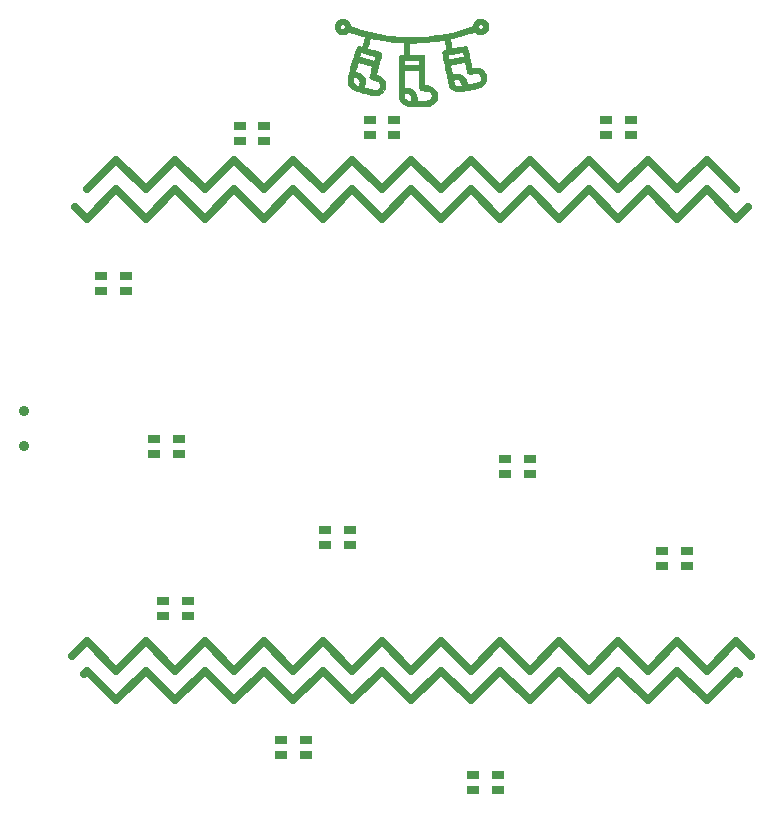
<source format=gbr>
%TF.GenerationSoftware,KiCad,Pcbnew,(5.1.10)-1*%
%TF.CreationDate,2021-10-17T11:10:32+02:00*%
%TF.ProjectId,TVZ_kuglica,54565a5f-6b75-4676-9c69-63612e6b6963,rev?*%
%TF.SameCoordinates,Original*%
%TF.FileFunction,Soldermask,Top*%
%TF.FilePolarity,Negative*%
%FSLAX46Y46*%
G04 Gerber Fmt 4.6, Leading zero omitted, Abs format (unit mm)*
G04 Created by KiCad (PCBNEW (5.1.10)-1) date 2021-10-17 11:10:32*
%MOMM*%
%LPD*%
G01*
G04 APERTURE LIST*
%ADD10C,0.700000*%
%ADD11C,0.010000*%
%ADD12C,0.900000*%
%ADD13R,1.100000X0.750000*%
G04 APERTURE END LIST*
D10*
X109500000Y-120250000D02*
X112000000Y-122750000D01*
X109250000Y-120500000D02*
X109500000Y-120250000D01*
X109500000Y-117750000D02*
X108250000Y-119000000D01*
X162000000Y-122750000D02*
X164500000Y-120250000D01*
X152000000Y-120250000D02*
X149500000Y-117750000D01*
X157000000Y-120250000D02*
X154500000Y-117750000D01*
X165750000Y-119000000D02*
X164500000Y-117750000D01*
X164500000Y-117750000D02*
X162000000Y-120250000D01*
X112000000Y-122750000D02*
X114500000Y-120250000D01*
X144500000Y-120250000D02*
X147000000Y-122750000D01*
X159500000Y-120250000D02*
X162000000Y-122750000D01*
X142000000Y-120250000D02*
X139500000Y-117750000D01*
X142000000Y-122750000D02*
X144500000Y-120250000D01*
X137000000Y-122750000D02*
X139500000Y-120250000D01*
X119500000Y-117750000D02*
X117000000Y-120250000D01*
X134500000Y-117750000D02*
X132000000Y-120250000D01*
X162000000Y-120250000D02*
X159500000Y-117750000D01*
X159500000Y-117750000D02*
X157000000Y-120250000D01*
X117000000Y-122750000D02*
X119500000Y-120250000D01*
X157000000Y-122750000D02*
X159500000Y-120250000D01*
X129500000Y-120250000D02*
X132000000Y-122750000D01*
X154500000Y-120250000D02*
X157000000Y-122750000D01*
X134500000Y-120250000D02*
X137000000Y-122750000D01*
X124500000Y-120250000D02*
X127000000Y-122750000D01*
X132000000Y-122750000D02*
X134500000Y-120250000D01*
X119500000Y-120250000D02*
X122000000Y-122750000D01*
X147000000Y-120250000D02*
X144500000Y-117750000D01*
X154500000Y-117750000D02*
X152000000Y-120250000D01*
X139500000Y-117750000D02*
X137000000Y-120250000D01*
X129500000Y-117750000D02*
X127000000Y-120250000D01*
X152000000Y-122750000D02*
X154500000Y-120250000D01*
X149500000Y-120250000D02*
X152000000Y-122750000D01*
X117000000Y-120250000D02*
X114500000Y-117750000D01*
X114500000Y-117750000D02*
X112000000Y-120250000D01*
X147000000Y-122750000D02*
X149500000Y-120250000D01*
X114500000Y-120250000D02*
X117000000Y-122750000D01*
X127000000Y-120250000D02*
X124500000Y-117750000D01*
X112000000Y-120250000D02*
X109500000Y-117750000D01*
X122000000Y-120250000D02*
X119500000Y-117750000D01*
X137000000Y-120250000D02*
X134500000Y-117750000D01*
X149500000Y-117750000D02*
X147000000Y-120250000D01*
X124500000Y-117750000D02*
X122000000Y-120250000D01*
X144500000Y-117750000D02*
X142000000Y-120250000D01*
X122000000Y-122750000D02*
X124500000Y-120250000D01*
X132000000Y-120250000D02*
X129500000Y-117750000D01*
X139500000Y-120250000D02*
X142000000Y-122750000D01*
X164500000Y-120250000D02*
X164750000Y-120500000D01*
X127000000Y-122750000D02*
X129500000Y-120250000D01*
X164500000Y-82000000D02*
X165500000Y-81000000D01*
X162000000Y-79500000D02*
X164500000Y-82000000D01*
X159500000Y-82000000D02*
X162000000Y-79500000D01*
X157000000Y-79500000D02*
X159500000Y-82000000D01*
X154500000Y-82000000D02*
X157000000Y-79500000D01*
X152000000Y-79500000D02*
X154500000Y-82000000D01*
X149500000Y-82000000D02*
X152000000Y-79500000D01*
X147000000Y-79500000D02*
X149500000Y-82000000D01*
X144500000Y-82000000D02*
X147000000Y-79500000D01*
X142000000Y-79500000D02*
X144500000Y-82000000D01*
X139500000Y-82000000D02*
X142000000Y-79500000D01*
X137000000Y-79500000D02*
X139500000Y-82000000D01*
X134500000Y-82000000D02*
X137000000Y-79500000D01*
X132000000Y-79500000D02*
X134500000Y-82000000D01*
X129500000Y-82000000D02*
X132000000Y-79500000D01*
X127000000Y-79500000D02*
X129500000Y-82000000D01*
X124500000Y-82000000D02*
X127000000Y-79500000D01*
X122000000Y-79500000D02*
X124500000Y-82000000D01*
X119500000Y-82000000D02*
X122000000Y-79500000D01*
X117000000Y-79500000D02*
X119500000Y-82000000D01*
X114500000Y-82000000D02*
X117000000Y-79500000D01*
X112000000Y-79500000D02*
X114500000Y-82000000D01*
X109500000Y-82000000D02*
X112000000Y-79500000D01*
X108500000Y-81000000D02*
X109500000Y-82000000D01*
X112000000Y-77000000D02*
X109500000Y-79500000D01*
X114500000Y-79500000D02*
X112000000Y-77000000D01*
X117000000Y-77000000D02*
X114500000Y-79500000D01*
X119500000Y-79500000D02*
X117000000Y-77000000D01*
X122000000Y-77000000D02*
X119500000Y-79500000D01*
X124500000Y-79500000D02*
X122000000Y-77000000D01*
X127000000Y-77000000D02*
X124500000Y-79500000D01*
X129500000Y-79500000D02*
X127000000Y-77000000D01*
X132000000Y-77000000D02*
X129500000Y-79500000D01*
X134500000Y-79500000D02*
X132000000Y-77000000D01*
X137000000Y-77000000D02*
X134500000Y-79500000D01*
X139500000Y-79500000D02*
X137000000Y-77000000D01*
X142000000Y-77000000D02*
X139500000Y-79500000D01*
X144500000Y-79500000D02*
X142000000Y-77000000D01*
X147000000Y-77000000D02*
X144500000Y-79500000D01*
X149500000Y-79500000D02*
X147000000Y-77000000D01*
X152000000Y-77000000D02*
X149500000Y-79500000D01*
X154500000Y-79500000D02*
X152000000Y-77000000D01*
X157000000Y-77000000D02*
X154500000Y-79500000D01*
X159500000Y-79500000D02*
X157000000Y-77000000D01*
X162000000Y-77000000D02*
X159500000Y-79500000D01*
X164500000Y-79500000D02*
X162000000Y-77000000D01*
D11*
%TO.C,G\u002A\u002A\u002A*%
G36*
X143027877Y-65089141D02*
G01*
X143177224Y-65150535D01*
X143301325Y-65244717D01*
X143397404Y-65364669D01*
X143462680Y-65503370D01*
X143494375Y-65653801D01*
X143489712Y-65808940D01*
X143445912Y-65961768D01*
X143360196Y-66105265D01*
X143295075Y-66176812D01*
X143149915Y-66283282D01*
X142989107Y-66344768D01*
X142820816Y-66360786D01*
X142653209Y-66330852D01*
X142494450Y-66254480D01*
X142455291Y-66226699D01*
X142346700Y-66143832D01*
X141902200Y-66288887D01*
X141632701Y-66373920D01*
X141347940Y-66458575D01*
X141062652Y-66538741D01*
X140791572Y-66610310D01*
X140549432Y-66669173D01*
X140492500Y-66682008D01*
X140395750Y-66704830D01*
X140318505Y-66725729D01*
X140274002Y-66741038D01*
X140269168Y-66743859D01*
X140268777Y-66771429D01*
X140276804Y-66838578D01*
X140291404Y-66935136D01*
X140310734Y-67050929D01*
X140332950Y-67175785D01*
X140356208Y-67299532D01*
X140378664Y-67411997D01*
X140398475Y-67503007D01*
X140413796Y-67562390D01*
X140420614Y-67579397D01*
X140446772Y-67577639D01*
X140515376Y-67566839D01*
X140619142Y-67548318D01*
X140750783Y-67523394D01*
X140903015Y-67493389D01*
X140969397Y-67479983D01*
X141167205Y-67440629D01*
X141321789Y-67412560D01*
X141439425Y-67395658D01*
X141526393Y-67389798D01*
X141588968Y-67394860D01*
X141633430Y-67410723D01*
X141666055Y-67437263D01*
X141687820Y-67466055D01*
X141702423Y-67505068D01*
X141725388Y-67587600D01*
X141755227Y-67707333D01*
X141790448Y-67857950D01*
X141829564Y-68033135D01*
X141871083Y-68226569D01*
X141900490Y-68368034D01*
X141941790Y-68567764D01*
X141980395Y-68751384D01*
X142015022Y-68913023D01*
X142044388Y-69046810D01*
X142067208Y-69146877D01*
X142082199Y-69207352D01*
X142087490Y-69223156D01*
X142117973Y-69226449D01*
X142184382Y-69221345D01*
X142272740Y-69208954D01*
X142278691Y-69207960D01*
X142493389Y-69194988D01*
X142695605Y-69228034D01*
X142879650Y-69304205D01*
X143039833Y-69420604D01*
X143170465Y-69574338D01*
X143238360Y-69696214D01*
X143278435Y-69793013D01*
X143300850Y-69879545D01*
X143310277Y-69978911D01*
X143311650Y-70058634D01*
X143309053Y-70171833D01*
X143297581Y-70256926D01*
X143272206Y-70336463D01*
X143228416Y-70431947D01*
X143118164Y-70605765D01*
X142978138Y-70744275D01*
X142814535Y-70841605D01*
X142782236Y-70854608D01*
X142707797Y-70877710D01*
X142592792Y-70907436D01*
X142445236Y-70942186D01*
X142273143Y-70980362D01*
X142084527Y-71020366D01*
X141887403Y-71060598D01*
X141689785Y-71099460D01*
X141499687Y-71135354D01*
X141325125Y-71166680D01*
X141174112Y-71191839D01*
X141054663Y-71209234D01*
X140974792Y-71217265D01*
X140962400Y-71217622D01*
X140772053Y-71195143D01*
X140591780Y-71130552D01*
X140429813Y-71029868D01*
X140294380Y-70899115D01*
X140193711Y-70744311D01*
X140147379Y-70621352D01*
X140137142Y-70577443D01*
X140117844Y-70488857D01*
X140090552Y-70360695D01*
X140067600Y-70251606D01*
X140516787Y-70251606D01*
X140517691Y-70297040D01*
X140536053Y-70374266D01*
X140557493Y-70454834D01*
X140617262Y-70587032D01*
X140717301Y-70697041D01*
X140769647Y-70733969D01*
X140860321Y-70766744D01*
X140981695Y-70779146D01*
X141117507Y-70770178D01*
X141178300Y-70759060D01*
X141229590Y-70741738D01*
X141248460Y-70709209D01*
X141248125Y-70654115D01*
X141215894Y-70486727D01*
X141147805Y-70354426D01*
X141046751Y-70259447D01*
X140915620Y-70204023D01*
X140757305Y-70190390D01*
X140662090Y-70201093D01*
X140584659Y-70214130D01*
X140537667Y-70227469D01*
X140516787Y-70251606D01*
X140067600Y-70251606D01*
X140056333Y-70198057D01*
X140016256Y-70006047D01*
X139971387Y-69789766D01*
X139922794Y-69554315D01*
X139871544Y-69304797D01*
X139854893Y-69223478D01*
X139802003Y-68964227D01*
X140259470Y-68964227D01*
X140262219Y-68988496D01*
X140274048Y-69052273D01*
X140292793Y-69145526D01*
X140316292Y-69258222D01*
X140342382Y-69380328D01*
X140368901Y-69501813D01*
X140393685Y-69612644D01*
X140414572Y-69702789D01*
X140429399Y-69762214D01*
X140435548Y-69781015D01*
X140464637Y-69782462D01*
X140527377Y-69774052D01*
X140582351Y-69763423D01*
X140797513Y-69741029D01*
X141001139Y-69765649D01*
X141188208Y-69833914D01*
X141353699Y-69942456D01*
X141492592Y-70087907D01*
X141599866Y-70266900D01*
X141670500Y-70476068D01*
X141674887Y-70496250D01*
X141699556Y-70583013D01*
X141727479Y-70625863D01*
X141738622Y-70629600D01*
X141774517Y-70624593D01*
X141851056Y-70610734D01*
X141959202Y-70589763D01*
X142089914Y-70563423D01*
X142194687Y-70541742D01*
X142339705Y-70509847D01*
X142471838Y-70477887D01*
X142581033Y-70448516D01*
X142657241Y-70424384D01*
X142685077Y-70412331D01*
X142787112Y-70324560D01*
X142853775Y-70209429D01*
X142881674Y-70079048D01*
X142867413Y-69945527D01*
X142837283Y-69869086D01*
X142764154Y-69761285D01*
X142672425Y-69688972D01*
X142556433Y-69650427D01*
X142410512Y-69643930D01*
X142228998Y-69667759D01*
X142196117Y-69674304D01*
X142052366Y-69702350D01*
X141940172Y-69716514D01*
X141854054Y-69711936D01*
X141788529Y-69683760D01*
X141738115Y-69627127D01*
X141697329Y-69537180D01*
X141660688Y-69409063D01*
X141622711Y-69237916D01*
X141604686Y-69150281D01*
X141514306Y-68707124D01*
X140889103Y-68834642D01*
X140718296Y-68869525D01*
X140564928Y-68900931D01*
X140435710Y-68927479D01*
X140337352Y-68947789D01*
X140276567Y-68960478D01*
X140259470Y-68964227D01*
X139802003Y-68964227D01*
X139795371Y-68931719D01*
X139745618Y-68685579D01*
X139704932Y-68480965D01*
X139672613Y-68313785D01*
X139647959Y-68179948D01*
X139641937Y-68144347D01*
X140089517Y-68144347D01*
X140095955Y-68208828D01*
X140110621Y-68291817D01*
X140130328Y-68378898D01*
X140151891Y-68455656D01*
X140172126Y-68507674D01*
X140184859Y-68521801D01*
X140216841Y-68517051D01*
X140291262Y-68503503D01*
X140400797Y-68482570D01*
X140538121Y-68455665D01*
X140695910Y-68424200D01*
X140797300Y-68403730D01*
X140963507Y-68369415D01*
X141113182Y-68337351D01*
X141239088Y-68309184D01*
X141333986Y-68286559D01*
X141390639Y-68271122D01*
X141403277Y-68265981D01*
X141409650Y-68233126D01*
X141405986Y-68166643D01*
X141394879Y-68082113D01*
X141378923Y-67995111D01*
X141360714Y-67921216D01*
X141342848Y-67876006D01*
X141337301Y-67869930D01*
X141307701Y-67871135D01*
X141236770Y-67881259D01*
X141132872Y-67898669D01*
X141004368Y-67921731D01*
X140859620Y-67948810D01*
X140706990Y-67978272D01*
X140554840Y-68008484D01*
X140411531Y-68037812D01*
X140285426Y-68064621D01*
X140184886Y-68087278D01*
X140118274Y-68104148D01*
X140094489Y-68112790D01*
X140089517Y-68144347D01*
X139641937Y-68144347D01*
X139630268Y-68075363D01*
X139618841Y-67995937D01*
X139612974Y-67937579D01*
X139611968Y-67896198D01*
X139615121Y-67867702D01*
X139619863Y-67852154D01*
X139669646Y-67787701D01*
X139750111Y-67736211D01*
X139841154Y-67709586D01*
X139863034Y-67708211D01*
X139907044Y-67705260D01*
X139936862Y-67692735D01*
X139953023Y-67663807D01*
X139956065Y-67611647D01*
X139946526Y-67529423D01*
X139924941Y-67410306D01*
X139897218Y-67273463D01*
X139869015Y-67137728D01*
X139843936Y-67018855D01*
X139823957Y-66926076D01*
X139811056Y-66868619D01*
X139807643Y-66855261D01*
X139783686Y-66845000D01*
X139719765Y-66846005D01*
X139612377Y-66858498D01*
X139510548Y-66874022D01*
X139142514Y-66928062D01*
X138752591Y-66975341D01*
X138354618Y-67014661D01*
X137962439Y-67044826D01*
X137589894Y-67064638D01*
X137250825Y-67072900D01*
X137209550Y-67073064D01*
X136796800Y-67073600D01*
X136796800Y-68089600D01*
X137326409Y-68089599D01*
X137518232Y-68091027D01*
X137681856Y-68095123D01*
X137811242Y-68101609D01*
X137900354Y-68110207D01*
X137936781Y-68117753D01*
X137971167Y-68130314D01*
X138000065Y-68144817D01*
X138023954Y-68165491D01*
X138043309Y-68196564D01*
X138058608Y-68242263D01*
X138070328Y-68306818D01*
X138078945Y-68394455D01*
X138084937Y-68509404D01*
X138088780Y-68655893D01*
X138090952Y-68838149D01*
X138091930Y-69060401D01*
X138092190Y-69326877D01*
X138092200Y-69495511D01*
X138092200Y-70700745D01*
X138314450Y-70709622D01*
X138521754Y-70735850D01*
X138698669Y-70798934D01*
X138853189Y-70902458D01*
X138944267Y-70991863D01*
X139057734Y-71147337D01*
X139126926Y-71315796D01*
X139154890Y-71506166D01*
X139154584Y-71607500D01*
X139123595Y-71818762D01*
X139050212Y-72002057D01*
X138934544Y-72157214D01*
X138776699Y-72284066D01*
X138682284Y-72336683D01*
X138512500Y-72420300D01*
X137572100Y-72425401D01*
X137308681Y-72426383D01*
X137091585Y-72426121D01*
X136916347Y-72424495D01*
X136778504Y-72421383D01*
X136673590Y-72416662D01*
X136597142Y-72410212D01*
X136544695Y-72401910D01*
X136525634Y-72396887D01*
X136340823Y-72312271D01*
X136180786Y-72185342D01*
X136050403Y-72020526D01*
X135991677Y-71912300D01*
X135920500Y-71759900D01*
X135919180Y-71450272D01*
X136340562Y-71450272D01*
X136348284Y-71557947D01*
X136351459Y-71584169D01*
X136392573Y-71736619D01*
X136471920Y-71856998D01*
X136586331Y-71942669D01*
X136732637Y-71990998D01*
X136852981Y-72001200D01*
X137000000Y-72001200D01*
X137000000Y-71854181D01*
X136979523Y-71687334D01*
X136919851Y-71550151D01*
X136823617Y-71445802D01*
X136693458Y-71377457D01*
X136582969Y-71352659D01*
X136466538Y-71341934D01*
X136392271Y-71349682D01*
X136352751Y-71383322D01*
X136340562Y-71450272D01*
X135919180Y-71450272D01*
X135913138Y-70034052D01*
X135911822Y-69672428D01*
X135911301Y-69410400D01*
X136365000Y-69410400D01*
X136365000Y-70901839D01*
X136578500Y-70915159D01*
X136784116Y-70944176D01*
X136957543Y-71005893D01*
X137108580Y-71104421D01*
X137175404Y-71165395D01*
X137292961Y-71307210D01*
X137371463Y-71462802D01*
X137415405Y-71643143D01*
X137427665Y-71781247D01*
X137437025Y-72005794D01*
X137923362Y-71996731D01*
X138100824Y-71992702D01*
X138235081Y-71987656D01*
X138333729Y-71980883D01*
X138404363Y-71971672D01*
X138454578Y-71959314D01*
X138490936Y-71943660D01*
X138596336Y-71861798D01*
X138672249Y-71752948D01*
X138714399Y-71629282D01*
X138718511Y-71502971D01*
X138684243Y-71393406D01*
X138634784Y-71322665D01*
X138566082Y-71250090D01*
X138541369Y-71228854D01*
X138500290Y-71197520D01*
X138462146Y-71175614D01*
X138416558Y-71160982D01*
X138353149Y-71151474D01*
X138261541Y-71144939D01*
X138131355Y-71139223D01*
X138103842Y-71138148D01*
X137984191Y-71134589D01*
X137887437Y-71130888D01*
X137811120Y-71122116D01*
X137752778Y-71103341D01*
X137709949Y-71069633D01*
X137680171Y-71016063D01*
X137660983Y-70937700D01*
X137649922Y-70829614D01*
X137644528Y-70686874D01*
X137642338Y-70504551D01*
X137640891Y-70277714D01*
X137640324Y-70209827D01*
X137632948Y-69410400D01*
X136365000Y-69410400D01*
X135911301Y-69410400D01*
X135911198Y-69358769D01*
X135911302Y-69090247D01*
X135912171Y-68864031D01*
X135912576Y-68818735D01*
X136342773Y-68818735D01*
X136344585Y-68897507D01*
X136349790Y-68942832D01*
X136350477Y-68944910D01*
X136363098Y-68955759D01*
X136395106Y-68963923D01*
X136451836Y-68969629D01*
X136538625Y-68973103D01*
X136660811Y-68974571D01*
X136823729Y-68974260D01*
X137005720Y-68972687D01*
X137647700Y-68965900D01*
X137647700Y-68534100D01*
X136352300Y-68534100D01*
X136344757Y-68722222D01*
X136342773Y-68818735D01*
X135912576Y-68818735D01*
X135913842Y-68677292D01*
X135916352Y-68527200D01*
X135919737Y-68410925D01*
X135924034Y-68325638D01*
X135929281Y-68268508D01*
X135935513Y-68236707D01*
X135936563Y-68233878D01*
X135992680Y-68161679D01*
X136086670Y-68112296D01*
X136208997Y-68090308D01*
X136237184Y-68089600D01*
X136339600Y-68089600D01*
X136339600Y-67075901D01*
X136257050Y-67063133D01*
X136196759Y-67056267D01*
X136100997Y-67048078D01*
X135985028Y-67039792D01*
X135907800Y-67035038D01*
X135485077Y-67002009D01*
X135028907Y-66950256D01*
X134552330Y-66881531D01*
X134068388Y-66797586D01*
X133905275Y-66766045D01*
X133771150Y-66740367D01*
X133655270Y-66719988D01*
X133566427Y-66706313D01*
X133513415Y-66700744D01*
X133502543Y-66701789D01*
X133492124Y-66728424D01*
X133470987Y-66793729D01*
X133441903Y-66888218D01*
X133407642Y-67002406D01*
X133370973Y-67126808D01*
X133334665Y-67251938D01*
X133301489Y-67368311D01*
X133274214Y-67466442D01*
X133255609Y-67536844D01*
X133248445Y-67570032D01*
X133248632Y-67571371D01*
X133273337Y-67579206D01*
X133339776Y-67599049D01*
X133440875Y-67628821D01*
X133569560Y-67666442D01*
X133718759Y-67709835D01*
X133786900Y-67729588D01*
X133970434Y-67783530D01*
X134111098Y-67826986D01*
X134215172Y-67862301D01*
X134288937Y-67891822D01*
X134338676Y-67917894D01*
X134370668Y-67942864D01*
X134377450Y-67950148D01*
X134416989Y-68009727D01*
X134434547Y-68063594D01*
X134434600Y-68065788D01*
X134427686Y-68101290D01*
X134408052Y-68179466D01*
X134377360Y-68294269D01*
X134337272Y-68439651D01*
X134289450Y-68609565D01*
X134235556Y-68797965D01*
X134193300Y-68943811D01*
X134136239Y-69140222D01*
X134083991Y-69321030D01*
X134038198Y-69480477D01*
X134000503Y-69612806D01*
X133972547Y-69712258D01*
X133955973Y-69773074D01*
X133952000Y-69789900D01*
X133974191Y-69806157D01*
X134031852Y-69830598D01*
X134098050Y-69853250D01*
X134230174Y-69898896D01*
X134331194Y-69946531D01*
X134420053Y-70006850D01*
X134511503Y-70086615D01*
X134636807Y-70236412D01*
X134723709Y-70410187D01*
X134770185Y-70598133D01*
X134774212Y-70790440D01*
X134733768Y-70977301D01*
X134708254Y-71040645D01*
X134599189Y-71221951D01*
X134454584Y-71373109D01*
X134289578Y-71482086D01*
X134211351Y-71518780D01*
X134143507Y-71540809D01*
X134068155Y-71551619D01*
X133967402Y-71554656D01*
X133913900Y-71554449D01*
X133847175Y-71552998D01*
X133784014Y-71548852D01*
X133717880Y-71540491D01*
X133642236Y-71526397D01*
X133550543Y-71505049D01*
X133436264Y-71474930D01*
X133292862Y-71434518D01*
X133113798Y-71382297D01*
X132897932Y-71318349D01*
X132701440Y-71258988D01*
X132516213Y-71201263D01*
X132349078Y-71147438D01*
X132206859Y-71099775D01*
X132096382Y-71060537D01*
X132024471Y-71031984D01*
X132005094Y-71022412D01*
X131874452Y-70922681D01*
X131756016Y-70789756D01*
X131664393Y-70641188D01*
X131638984Y-70582536D01*
X131617834Y-70522004D01*
X131602037Y-70462499D01*
X131592386Y-70399780D01*
X131589673Y-70329605D01*
X131594692Y-70247731D01*
X131594989Y-70245581D01*
X132024342Y-70245581D01*
X132038186Y-70394250D01*
X132094002Y-70521100D01*
X132183924Y-70616035D01*
X132242900Y-70651254D01*
X132322188Y-70687127D01*
X132406304Y-70718098D01*
X132479762Y-70738614D01*
X132527077Y-70743118D01*
X132532825Y-70741198D01*
X132548023Y-70713164D01*
X132568095Y-70652797D01*
X132577275Y-70618784D01*
X132602229Y-70443323D01*
X132583709Y-70292030D01*
X132522809Y-70166930D01*
X132420623Y-70070046D01*
X132278244Y-70003400D01*
X132238719Y-69992257D01*
X132156051Y-69974351D01*
X132107515Y-69977915D01*
X132078572Y-70009868D01*
X132054684Y-70077130D01*
X132053735Y-70080295D01*
X132024342Y-70245581D01*
X131594989Y-70245581D01*
X131608235Y-70149917D01*
X131631095Y-70031920D01*
X131664066Y-69889499D01*
X131707940Y-69718412D01*
X131763510Y-69514418D01*
X131763891Y-69513066D01*
X132236704Y-69513066D01*
X132261099Y-69535494D01*
X132323060Y-69556004D01*
X132341514Y-69560758D01*
X132548431Y-69637149D01*
X132727951Y-69755984D01*
X132824031Y-69848630D01*
X132948789Y-70019194D01*
X133024860Y-70204118D01*
X133052286Y-70403581D01*
X133031108Y-70617763D01*
X133016473Y-70680400D01*
X132993429Y-70770436D01*
X132977075Y-70838119D01*
X132970275Y-70871477D01*
X132970369Y-70873039D01*
X132994735Y-70880388D01*
X133059824Y-70899380D01*
X133157525Y-70927665D01*
X133279728Y-70962892D01*
X133380500Y-70991857D01*
X133581194Y-71046882D01*
X133741289Y-71084143D01*
X133867560Y-71104213D01*
X133966784Y-71107661D01*
X134045736Y-71095060D01*
X134111193Y-71066980D01*
X134130058Y-71055050D01*
X134241656Y-70952878D01*
X134309474Y-70831328D01*
X134331088Y-70696945D01*
X134309313Y-70571291D01*
X134273145Y-70487206D01*
X134221436Y-70418847D01*
X134146724Y-70361322D01*
X134041549Y-70309743D01*
X133898452Y-70259218D01*
X133779613Y-70224076D01*
X133628942Y-70170112D01*
X133521146Y-70106007D01*
X133459011Y-70033841D01*
X133444036Y-69973601D01*
X133450778Y-69936179D01*
X133469453Y-69858800D01*
X133497773Y-69750277D01*
X133533448Y-69619422D01*
X133567182Y-69499540D01*
X133690293Y-69067980D01*
X133083836Y-68892767D01*
X132916858Y-68845161D01*
X132766447Y-68803497D01*
X132639325Y-68769536D01*
X132542215Y-68745042D01*
X132481839Y-68731778D01*
X132464559Y-68730374D01*
X132453312Y-68758184D01*
X132431236Y-68825734D01*
X132401191Y-68923845D01*
X132366036Y-69043336D01*
X132353600Y-69086599D01*
X132316739Y-69215197D01*
X132283777Y-69329481D01*
X132257761Y-69418935D01*
X132241740Y-69473040D01*
X132239432Y-69480510D01*
X132236704Y-69513066D01*
X131763891Y-69513066D01*
X131831569Y-69273273D01*
X131912911Y-68990736D01*
X131979155Y-68762700D01*
X132065674Y-68465673D01*
X132120576Y-68278375D01*
X132585182Y-68278375D01*
X132585665Y-68281054D01*
X132610084Y-68289166D01*
X132675360Y-68309246D01*
X132773608Y-68338953D01*
X132896943Y-68375944D01*
X133037478Y-68417876D01*
X133187328Y-68462409D01*
X133338609Y-68507200D01*
X133483434Y-68549907D01*
X133613917Y-68588188D01*
X133722174Y-68619700D01*
X133800319Y-68642103D01*
X133817574Y-68646937D01*
X133826795Y-68625336D01*
X133846191Y-68567036D01*
X133871764Y-68484119D01*
X133874724Y-68474211D01*
X133900559Y-68382428D01*
X133919141Y-68306806D01*
X133926588Y-68263197D01*
X133926600Y-68262367D01*
X133910829Y-68244814D01*
X133861286Y-68220412D01*
X133774621Y-68187968D01*
X133647486Y-68146292D01*
X133476533Y-68094194D01*
X133345071Y-68055555D01*
X133180055Y-68007976D01*
X133030218Y-67965572D01*
X132902794Y-67930326D01*
X132805016Y-67904220D01*
X132744117Y-67889236D01*
X132727859Y-67886400D01*
X132701028Y-67910657D01*
X132668392Y-67980171D01*
X132635204Y-68080049D01*
X132609466Y-68171332D01*
X132591797Y-68241477D01*
X132585182Y-68278375D01*
X132120576Y-68278375D01*
X132139511Y-68213779D01*
X132202280Y-68003403D01*
X132255592Y-67830931D01*
X132301060Y-67692746D01*
X132340297Y-67585236D01*
X132374916Y-67504785D01*
X132406529Y-67447779D01*
X132436749Y-67410602D01*
X132467189Y-67389640D01*
X132499461Y-67381278D01*
X132535179Y-67381902D01*
X132575954Y-67387897D01*
X132591338Y-67390531D01*
X132671310Y-67404797D01*
X132730404Y-67412203D01*
X132773996Y-67406727D01*
X132807456Y-67382349D01*
X132836160Y-67333047D01*
X132865479Y-67252800D01*
X132900787Y-67135587D01*
X132940408Y-66999371D01*
X132980105Y-66862513D01*
X133013694Y-66743901D01*
X133038973Y-66651542D01*
X133053741Y-66593442D01*
X133056504Y-66577004D01*
X133031211Y-66568645D01*
X132965633Y-66549084D01*
X132868399Y-66520842D01*
X132748135Y-66486435D01*
X132682000Y-66467689D01*
X132513582Y-66418696D01*
X132325643Y-66361773D01*
X132140876Y-66303910D01*
X131981972Y-66252099D01*
X131978937Y-66251080D01*
X131644175Y-66138549D01*
X131597937Y-66190574D01*
X131508644Y-66261125D01*
X131386482Y-66317466D01*
X131248802Y-66353039D01*
X131143937Y-66362151D01*
X130966452Y-66339096D01*
X130809401Y-66273111D01*
X130678424Y-66169863D01*
X130579164Y-66035020D01*
X130517262Y-65874251D01*
X130500662Y-65734433D01*
X130949435Y-65734433D01*
X130972412Y-65825340D01*
X131027826Y-65887281D01*
X131104301Y-65917001D01*
X131190461Y-65911244D01*
X131274930Y-65866753D01*
X131306396Y-65836599D01*
X131348398Y-65772426D01*
X131352688Y-65705195D01*
X131350544Y-65693172D01*
X131312104Y-65597715D01*
X131249302Y-65537039D01*
X131172984Y-65510029D01*
X131093994Y-65515569D01*
X131023178Y-65552543D01*
X130971381Y-65619836D01*
X130949448Y-65716332D01*
X130949435Y-65734433D01*
X130500662Y-65734433D01*
X130498157Y-65713337D01*
X130520886Y-65536336D01*
X130586567Y-65379460D01*
X130689425Y-65248466D01*
X130823688Y-65149110D01*
X130983579Y-65087149D01*
X131145300Y-65068115D01*
X131326288Y-65091378D01*
X131486061Y-65157975D01*
X131618924Y-65263119D01*
X131719183Y-65402023D01*
X131781141Y-65569900D01*
X131788880Y-65609131D01*
X131806698Y-65714700D01*
X132047499Y-65798703D01*
X132750631Y-66023002D01*
X133477922Y-66213346D01*
X134233962Y-66370738D01*
X135023340Y-66496180D01*
X135526800Y-66557832D01*
X135706677Y-66573422D01*
X135928524Y-66586070D01*
X136183597Y-66595776D01*
X136463151Y-66602541D01*
X136758442Y-66606364D01*
X137060724Y-66607245D01*
X137361254Y-66605185D01*
X137651287Y-66600183D01*
X137922078Y-66592239D01*
X138164882Y-66581353D01*
X138370956Y-66567526D01*
X138473200Y-66557832D01*
X139270745Y-66453901D01*
X140031676Y-66320191D01*
X140761360Y-66155533D01*
X141465161Y-65958755D01*
X141952500Y-65798760D01*
X142193301Y-65714700D01*
X142199112Y-65680266D01*
X142650694Y-65680266D01*
X142652181Y-65770797D01*
X142691838Y-65844117D01*
X142758377Y-65894602D01*
X142840507Y-65916629D01*
X142926938Y-65904574D01*
X143003290Y-65855902D01*
X143040268Y-65788490D01*
X143050280Y-65714700D01*
X143030731Y-65620935D01*
X142979668Y-65555377D01*
X142908463Y-65519004D01*
X142828491Y-65512797D01*
X142751124Y-65537736D01*
X142687737Y-65594801D01*
X142650694Y-65680266D01*
X142199112Y-65680266D01*
X142211119Y-65609131D01*
X142264134Y-65435572D01*
X142356678Y-65290098D01*
X142483203Y-65177366D01*
X142638160Y-65102036D01*
X142816003Y-65068766D01*
X142856062Y-65067557D01*
X143027877Y-65089141D01*
G37*
X143027877Y-65089141D02*
X143177224Y-65150535D01*
X143301325Y-65244717D01*
X143397404Y-65364669D01*
X143462680Y-65503370D01*
X143494375Y-65653801D01*
X143489712Y-65808940D01*
X143445912Y-65961768D01*
X143360196Y-66105265D01*
X143295075Y-66176812D01*
X143149915Y-66283282D01*
X142989107Y-66344768D01*
X142820816Y-66360786D01*
X142653209Y-66330852D01*
X142494450Y-66254480D01*
X142455291Y-66226699D01*
X142346700Y-66143832D01*
X141902200Y-66288887D01*
X141632701Y-66373920D01*
X141347940Y-66458575D01*
X141062652Y-66538741D01*
X140791572Y-66610310D01*
X140549432Y-66669173D01*
X140492500Y-66682008D01*
X140395750Y-66704830D01*
X140318505Y-66725729D01*
X140274002Y-66741038D01*
X140269168Y-66743859D01*
X140268777Y-66771429D01*
X140276804Y-66838578D01*
X140291404Y-66935136D01*
X140310734Y-67050929D01*
X140332950Y-67175785D01*
X140356208Y-67299532D01*
X140378664Y-67411997D01*
X140398475Y-67503007D01*
X140413796Y-67562390D01*
X140420614Y-67579397D01*
X140446772Y-67577639D01*
X140515376Y-67566839D01*
X140619142Y-67548318D01*
X140750783Y-67523394D01*
X140903015Y-67493389D01*
X140969397Y-67479983D01*
X141167205Y-67440629D01*
X141321789Y-67412560D01*
X141439425Y-67395658D01*
X141526393Y-67389798D01*
X141588968Y-67394860D01*
X141633430Y-67410723D01*
X141666055Y-67437263D01*
X141687820Y-67466055D01*
X141702423Y-67505068D01*
X141725388Y-67587600D01*
X141755227Y-67707333D01*
X141790448Y-67857950D01*
X141829564Y-68033135D01*
X141871083Y-68226569D01*
X141900490Y-68368034D01*
X141941790Y-68567764D01*
X141980395Y-68751384D01*
X142015022Y-68913023D01*
X142044388Y-69046810D01*
X142067208Y-69146877D01*
X142082199Y-69207352D01*
X142087490Y-69223156D01*
X142117973Y-69226449D01*
X142184382Y-69221345D01*
X142272740Y-69208954D01*
X142278691Y-69207960D01*
X142493389Y-69194988D01*
X142695605Y-69228034D01*
X142879650Y-69304205D01*
X143039833Y-69420604D01*
X143170465Y-69574338D01*
X143238360Y-69696214D01*
X143278435Y-69793013D01*
X143300850Y-69879545D01*
X143310277Y-69978911D01*
X143311650Y-70058634D01*
X143309053Y-70171833D01*
X143297581Y-70256926D01*
X143272206Y-70336463D01*
X143228416Y-70431947D01*
X143118164Y-70605765D01*
X142978138Y-70744275D01*
X142814535Y-70841605D01*
X142782236Y-70854608D01*
X142707797Y-70877710D01*
X142592792Y-70907436D01*
X142445236Y-70942186D01*
X142273143Y-70980362D01*
X142084527Y-71020366D01*
X141887403Y-71060598D01*
X141689785Y-71099460D01*
X141499687Y-71135354D01*
X141325125Y-71166680D01*
X141174112Y-71191839D01*
X141054663Y-71209234D01*
X140974792Y-71217265D01*
X140962400Y-71217622D01*
X140772053Y-71195143D01*
X140591780Y-71130552D01*
X140429813Y-71029868D01*
X140294380Y-70899115D01*
X140193711Y-70744311D01*
X140147379Y-70621352D01*
X140137142Y-70577443D01*
X140117844Y-70488857D01*
X140090552Y-70360695D01*
X140067600Y-70251606D01*
X140516787Y-70251606D01*
X140517691Y-70297040D01*
X140536053Y-70374266D01*
X140557493Y-70454834D01*
X140617262Y-70587032D01*
X140717301Y-70697041D01*
X140769647Y-70733969D01*
X140860321Y-70766744D01*
X140981695Y-70779146D01*
X141117507Y-70770178D01*
X141178300Y-70759060D01*
X141229590Y-70741738D01*
X141248460Y-70709209D01*
X141248125Y-70654115D01*
X141215894Y-70486727D01*
X141147805Y-70354426D01*
X141046751Y-70259447D01*
X140915620Y-70204023D01*
X140757305Y-70190390D01*
X140662090Y-70201093D01*
X140584659Y-70214130D01*
X140537667Y-70227469D01*
X140516787Y-70251606D01*
X140067600Y-70251606D01*
X140056333Y-70198057D01*
X140016256Y-70006047D01*
X139971387Y-69789766D01*
X139922794Y-69554315D01*
X139871544Y-69304797D01*
X139854893Y-69223478D01*
X139802003Y-68964227D01*
X140259470Y-68964227D01*
X140262219Y-68988496D01*
X140274048Y-69052273D01*
X140292793Y-69145526D01*
X140316292Y-69258222D01*
X140342382Y-69380328D01*
X140368901Y-69501813D01*
X140393685Y-69612644D01*
X140414572Y-69702789D01*
X140429399Y-69762214D01*
X140435548Y-69781015D01*
X140464637Y-69782462D01*
X140527377Y-69774052D01*
X140582351Y-69763423D01*
X140797513Y-69741029D01*
X141001139Y-69765649D01*
X141188208Y-69833914D01*
X141353699Y-69942456D01*
X141492592Y-70087907D01*
X141599866Y-70266900D01*
X141670500Y-70476068D01*
X141674887Y-70496250D01*
X141699556Y-70583013D01*
X141727479Y-70625863D01*
X141738622Y-70629600D01*
X141774517Y-70624593D01*
X141851056Y-70610734D01*
X141959202Y-70589763D01*
X142089914Y-70563423D01*
X142194687Y-70541742D01*
X142339705Y-70509847D01*
X142471838Y-70477887D01*
X142581033Y-70448516D01*
X142657241Y-70424384D01*
X142685077Y-70412331D01*
X142787112Y-70324560D01*
X142853775Y-70209429D01*
X142881674Y-70079048D01*
X142867413Y-69945527D01*
X142837283Y-69869086D01*
X142764154Y-69761285D01*
X142672425Y-69688972D01*
X142556433Y-69650427D01*
X142410512Y-69643930D01*
X142228998Y-69667759D01*
X142196117Y-69674304D01*
X142052366Y-69702350D01*
X141940172Y-69716514D01*
X141854054Y-69711936D01*
X141788529Y-69683760D01*
X141738115Y-69627127D01*
X141697329Y-69537180D01*
X141660688Y-69409063D01*
X141622711Y-69237916D01*
X141604686Y-69150281D01*
X141514306Y-68707124D01*
X140889103Y-68834642D01*
X140718296Y-68869525D01*
X140564928Y-68900931D01*
X140435710Y-68927479D01*
X140337352Y-68947789D01*
X140276567Y-68960478D01*
X140259470Y-68964227D01*
X139802003Y-68964227D01*
X139795371Y-68931719D01*
X139745618Y-68685579D01*
X139704932Y-68480965D01*
X139672613Y-68313785D01*
X139647959Y-68179948D01*
X139641937Y-68144347D01*
X140089517Y-68144347D01*
X140095955Y-68208828D01*
X140110621Y-68291817D01*
X140130328Y-68378898D01*
X140151891Y-68455656D01*
X140172126Y-68507674D01*
X140184859Y-68521801D01*
X140216841Y-68517051D01*
X140291262Y-68503503D01*
X140400797Y-68482570D01*
X140538121Y-68455665D01*
X140695910Y-68424200D01*
X140797300Y-68403730D01*
X140963507Y-68369415D01*
X141113182Y-68337351D01*
X141239088Y-68309184D01*
X141333986Y-68286559D01*
X141390639Y-68271122D01*
X141403277Y-68265981D01*
X141409650Y-68233126D01*
X141405986Y-68166643D01*
X141394879Y-68082113D01*
X141378923Y-67995111D01*
X141360714Y-67921216D01*
X141342848Y-67876006D01*
X141337301Y-67869930D01*
X141307701Y-67871135D01*
X141236770Y-67881259D01*
X141132872Y-67898669D01*
X141004368Y-67921731D01*
X140859620Y-67948810D01*
X140706990Y-67978272D01*
X140554840Y-68008484D01*
X140411531Y-68037812D01*
X140285426Y-68064621D01*
X140184886Y-68087278D01*
X140118274Y-68104148D01*
X140094489Y-68112790D01*
X140089517Y-68144347D01*
X139641937Y-68144347D01*
X139630268Y-68075363D01*
X139618841Y-67995937D01*
X139612974Y-67937579D01*
X139611968Y-67896198D01*
X139615121Y-67867702D01*
X139619863Y-67852154D01*
X139669646Y-67787701D01*
X139750111Y-67736211D01*
X139841154Y-67709586D01*
X139863034Y-67708211D01*
X139907044Y-67705260D01*
X139936862Y-67692735D01*
X139953023Y-67663807D01*
X139956065Y-67611647D01*
X139946526Y-67529423D01*
X139924941Y-67410306D01*
X139897218Y-67273463D01*
X139869015Y-67137728D01*
X139843936Y-67018855D01*
X139823957Y-66926076D01*
X139811056Y-66868619D01*
X139807643Y-66855261D01*
X139783686Y-66845000D01*
X139719765Y-66846005D01*
X139612377Y-66858498D01*
X139510548Y-66874022D01*
X139142514Y-66928062D01*
X138752591Y-66975341D01*
X138354618Y-67014661D01*
X137962439Y-67044826D01*
X137589894Y-67064638D01*
X137250825Y-67072900D01*
X137209550Y-67073064D01*
X136796800Y-67073600D01*
X136796800Y-68089600D01*
X137326409Y-68089599D01*
X137518232Y-68091027D01*
X137681856Y-68095123D01*
X137811242Y-68101609D01*
X137900354Y-68110207D01*
X137936781Y-68117753D01*
X137971167Y-68130314D01*
X138000065Y-68144817D01*
X138023954Y-68165491D01*
X138043309Y-68196564D01*
X138058608Y-68242263D01*
X138070328Y-68306818D01*
X138078945Y-68394455D01*
X138084937Y-68509404D01*
X138088780Y-68655893D01*
X138090952Y-68838149D01*
X138091930Y-69060401D01*
X138092190Y-69326877D01*
X138092200Y-69495511D01*
X138092200Y-70700745D01*
X138314450Y-70709622D01*
X138521754Y-70735850D01*
X138698669Y-70798934D01*
X138853189Y-70902458D01*
X138944267Y-70991863D01*
X139057734Y-71147337D01*
X139126926Y-71315796D01*
X139154890Y-71506166D01*
X139154584Y-71607500D01*
X139123595Y-71818762D01*
X139050212Y-72002057D01*
X138934544Y-72157214D01*
X138776699Y-72284066D01*
X138682284Y-72336683D01*
X138512500Y-72420300D01*
X137572100Y-72425401D01*
X137308681Y-72426383D01*
X137091585Y-72426121D01*
X136916347Y-72424495D01*
X136778504Y-72421383D01*
X136673590Y-72416662D01*
X136597142Y-72410212D01*
X136544695Y-72401910D01*
X136525634Y-72396887D01*
X136340823Y-72312271D01*
X136180786Y-72185342D01*
X136050403Y-72020526D01*
X135991677Y-71912300D01*
X135920500Y-71759900D01*
X135919180Y-71450272D01*
X136340562Y-71450272D01*
X136348284Y-71557947D01*
X136351459Y-71584169D01*
X136392573Y-71736619D01*
X136471920Y-71856998D01*
X136586331Y-71942669D01*
X136732637Y-71990998D01*
X136852981Y-72001200D01*
X137000000Y-72001200D01*
X137000000Y-71854181D01*
X136979523Y-71687334D01*
X136919851Y-71550151D01*
X136823617Y-71445802D01*
X136693458Y-71377457D01*
X136582969Y-71352659D01*
X136466538Y-71341934D01*
X136392271Y-71349682D01*
X136352751Y-71383322D01*
X136340562Y-71450272D01*
X135919180Y-71450272D01*
X135913138Y-70034052D01*
X135911822Y-69672428D01*
X135911301Y-69410400D01*
X136365000Y-69410400D01*
X136365000Y-70901839D01*
X136578500Y-70915159D01*
X136784116Y-70944176D01*
X136957543Y-71005893D01*
X137108580Y-71104421D01*
X137175404Y-71165395D01*
X137292961Y-71307210D01*
X137371463Y-71462802D01*
X137415405Y-71643143D01*
X137427665Y-71781247D01*
X137437025Y-72005794D01*
X137923362Y-71996731D01*
X138100824Y-71992702D01*
X138235081Y-71987656D01*
X138333729Y-71980883D01*
X138404363Y-71971672D01*
X138454578Y-71959314D01*
X138490936Y-71943660D01*
X138596336Y-71861798D01*
X138672249Y-71752948D01*
X138714399Y-71629282D01*
X138718511Y-71502971D01*
X138684243Y-71393406D01*
X138634784Y-71322665D01*
X138566082Y-71250090D01*
X138541369Y-71228854D01*
X138500290Y-71197520D01*
X138462146Y-71175614D01*
X138416558Y-71160982D01*
X138353149Y-71151474D01*
X138261541Y-71144939D01*
X138131355Y-71139223D01*
X138103842Y-71138148D01*
X137984191Y-71134589D01*
X137887437Y-71130888D01*
X137811120Y-71122116D01*
X137752778Y-71103341D01*
X137709949Y-71069633D01*
X137680171Y-71016063D01*
X137660983Y-70937700D01*
X137649922Y-70829614D01*
X137644528Y-70686874D01*
X137642338Y-70504551D01*
X137640891Y-70277714D01*
X137640324Y-70209827D01*
X137632948Y-69410400D01*
X136365000Y-69410400D01*
X135911301Y-69410400D01*
X135911198Y-69358769D01*
X135911302Y-69090247D01*
X135912171Y-68864031D01*
X135912576Y-68818735D01*
X136342773Y-68818735D01*
X136344585Y-68897507D01*
X136349790Y-68942832D01*
X136350477Y-68944910D01*
X136363098Y-68955759D01*
X136395106Y-68963923D01*
X136451836Y-68969629D01*
X136538625Y-68973103D01*
X136660811Y-68974571D01*
X136823729Y-68974260D01*
X137005720Y-68972687D01*
X137647700Y-68965900D01*
X137647700Y-68534100D01*
X136352300Y-68534100D01*
X136344757Y-68722222D01*
X136342773Y-68818735D01*
X135912576Y-68818735D01*
X135913842Y-68677292D01*
X135916352Y-68527200D01*
X135919737Y-68410925D01*
X135924034Y-68325638D01*
X135929281Y-68268508D01*
X135935513Y-68236707D01*
X135936563Y-68233878D01*
X135992680Y-68161679D01*
X136086670Y-68112296D01*
X136208997Y-68090308D01*
X136237184Y-68089600D01*
X136339600Y-68089600D01*
X136339600Y-67075901D01*
X136257050Y-67063133D01*
X136196759Y-67056267D01*
X136100997Y-67048078D01*
X135985028Y-67039792D01*
X135907800Y-67035038D01*
X135485077Y-67002009D01*
X135028907Y-66950256D01*
X134552330Y-66881531D01*
X134068388Y-66797586D01*
X133905275Y-66766045D01*
X133771150Y-66740367D01*
X133655270Y-66719988D01*
X133566427Y-66706313D01*
X133513415Y-66700744D01*
X133502543Y-66701789D01*
X133492124Y-66728424D01*
X133470987Y-66793729D01*
X133441903Y-66888218D01*
X133407642Y-67002406D01*
X133370973Y-67126808D01*
X133334665Y-67251938D01*
X133301489Y-67368311D01*
X133274214Y-67466442D01*
X133255609Y-67536844D01*
X133248445Y-67570032D01*
X133248632Y-67571371D01*
X133273337Y-67579206D01*
X133339776Y-67599049D01*
X133440875Y-67628821D01*
X133569560Y-67666442D01*
X133718759Y-67709835D01*
X133786900Y-67729588D01*
X133970434Y-67783530D01*
X134111098Y-67826986D01*
X134215172Y-67862301D01*
X134288937Y-67891822D01*
X134338676Y-67917894D01*
X134370668Y-67942864D01*
X134377450Y-67950148D01*
X134416989Y-68009727D01*
X134434547Y-68063594D01*
X134434600Y-68065788D01*
X134427686Y-68101290D01*
X134408052Y-68179466D01*
X134377360Y-68294269D01*
X134337272Y-68439651D01*
X134289450Y-68609565D01*
X134235556Y-68797965D01*
X134193300Y-68943811D01*
X134136239Y-69140222D01*
X134083991Y-69321030D01*
X134038198Y-69480477D01*
X134000503Y-69612806D01*
X133972547Y-69712258D01*
X133955973Y-69773074D01*
X133952000Y-69789900D01*
X133974191Y-69806157D01*
X134031852Y-69830598D01*
X134098050Y-69853250D01*
X134230174Y-69898896D01*
X134331194Y-69946531D01*
X134420053Y-70006850D01*
X134511503Y-70086615D01*
X134636807Y-70236412D01*
X134723709Y-70410187D01*
X134770185Y-70598133D01*
X134774212Y-70790440D01*
X134733768Y-70977301D01*
X134708254Y-71040645D01*
X134599189Y-71221951D01*
X134454584Y-71373109D01*
X134289578Y-71482086D01*
X134211351Y-71518780D01*
X134143507Y-71540809D01*
X134068155Y-71551619D01*
X133967402Y-71554656D01*
X133913900Y-71554449D01*
X133847175Y-71552998D01*
X133784014Y-71548852D01*
X133717880Y-71540491D01*
X133642236Y-71526397D01*
X133550543Y-71505049D01*
X133436264Y-71474930D01*
X133292862Y-71434518D01*
X133113798Y-71382297D01*
X132897932Y-71318349D01*
X132701440Y-71258988D01*
X132516213Y-71201263D01*
X132349078Y-71147438D01*
X132206859Y-71099775D01*
X132096382Y-71060537D01*
X132024471Y-71031984D01*
X132005094Y-71022412D01*
X131874452Y-70922681D01*
X131756016Y-70789756D01*
X131664393Y-70641188D01*
X131638984Y-70582536D01*
X131617834Y-70522004D01*
X131602037Y-70462499D01*
X131592386Y-70399780D01*
X131589673Y-70329605D01*
X131594692Y-70247731D01*
X131594989Y-70245581D01*
X132024342Y-70245581D01*
X132038186Y-70394250D01*
X132094002Y-70521100D01*
X132183924Y-70616035D01*
X132242900Y-70651254D01*
X132322188Y-70687127D01*
X132406304Y-70718098D01*
X132479762Y-70738614D01*
X132527077Y-70743118D01*
X132532825Y-70741198D01*
X132548023Y-70713164D01*
X132568095Y-70652797D01*
X132577275Y-70618784D01*
X132602229Y-70443323D01*
X132583709Y-70292030D01*
X132522809Y-70166930D01*
X132420623Y-70070046D01*
X132278244Y-70003400D01*
X132238719Y-69992257D01*
X132156051Y-69974351D01*
X132107515Y-69977915D01*
X132078572Y-70009868D01*
X132054684Y-70077130D01*
X132053735Y-70080295D01*
X132024342Y-70245581D01*
X131594989Y-70245581D01*
X131608235Y-70149917D01*
X131631095Y-70031920D01*
X131664066Y-69889499D01*
X131707940Y-69718412D01*
X131763510Y-69514418D01*
X131763891Y-69513066D01*
X132236704Y-69513066D01*
X132261099Y-69535494D01*
X132323060Y-69556004D01*
X132341514Y-69560758D01*
X132548431Y-69637149D01*
X132727951Y-69755984D01*
X132824031Y-69848630D01*
X132948789Y-70019194D01*
X133024860Y-70204118D01*
X133052286Y-70403581D01*
X133031108Y-70617763D01*
X133016473Y-70680400D01*
X132993429Y-70770436D01*
X132977075Y-70838119D01*
X132970275Y-70871477D01*
X132970369Y-70873039D01*
X132994735Y-70880388D01*
X133059824Y-70899380D01*
X133157525Y-70927665D01*
X133279728Y-70962892D01*
X133380500Y-70991857D01*
X133581194Y-71046882D01*
X133741289Y-71084143D01*
X133867560Y-71104213D01*
X133966784Y-71107661D01*
X134045736Y-71095060D01*
X134111193Y-71066980D01*
X134130058Y-71055050D01*
X134241656Y-70952878D01*
X134309474Y-70831328D01*
X134331088Y-70696945D01*
X134309313Y-70571291D01*
X134273145Y-70487206D01*
X134221436Y-70418847D01*
X134146724Y-70361322D01*
X134041549Y-70309743D01*
X133898452Y-70259218D01*
X133779613Y-70224076D01*
X133628942Y-70170112D01*
X133521146Y-70106007D01*
X133459011Y-70033841D01*
X133444036Y-69973601D01*
X133450778Y-69936179D01*
X133469453Y-69858800D01*
X133497773Y-69750277D01*
X133533448Y-69619422D01*
X133567182Y-69499540D01*
X133690293Y-69067980D01*
X133083836Y-68892767D01*
X132916858Y-68845161D01*
X132766447Y-68803497D01*
X132639325Y-68769536D01*
X132542215Y-68745042D01*
X132481839Y-68731778D01*
X132464559Y-68730374D01*
X132453312Y-68758184D01*
X132431236Y-68825734D01*
X132401191Y-68923845D01*
X132366036Y-69043336D01*
X132353600Y-69086599D01*
X132316739Y-69215197D01*
X132283777Y-69329481D01*
X132257761Y-69418935D01*
X132241740Y-69473040D01*
X132239432Y-69480510D01*
X132236704Y-69513066D01*
X131763891Y-69513066D01*
X131831569Y-69273273D01*
X131912911Y-68990736D01*
X131979155Y-68762700D01*
X132065674Y-68465673D01*
X132120576Y-68278375D01*
X132585182Y-68278375D01*
X132585665Y-68281054D01*
X132610084Y-68289166D01*
X132675360Y-68309246D01*
X132773608Y-68338953D01*
X132896943Y-68375944D01*
X133037478Y-68417876D01*
X133187328Y-68462409D01*
X133338609Y-68507200D01*
X133483434Y-68549907D01*
X133613917Y-68588188D01*
X133722174Y-68619700D01*
X133800319Y-68642103D01*
X133817574Y-68646937D01*
X133826795Y-68625336D01*
X133846191Y-68567036D01*
X133871764Y-68484119D01*
X133874724Y-68474211D01*
X133900559Y-68382428D01*
X133919141Y-68306806D01*
X133926588Y-68263197D01*
X133926600Y-68262367D01*
X133910829Y-68244814D01*
X133861286Y-68220412D01*
X133774621Y-68187968D01*
X133647486Y-68146292D01*
X133476533Y-68094194D01*
X133345071Y-68055555D01*
X133180055Y-68007976D01*
X133030218Y-67965572D01*
X132902794Y-67930326D01*
X132805016Y-67904220D01*
X132744117Y-67889236D01*
X132727859Y-67886400D01*
X132701028Y-67910657D01*
X132668392Y-67980171D01*
X132635204Y-68080049D01*
X132609466Y-68171332D01*
X132591797Y-68241477D01*
X132585182Y-68278375D01*
X132120576Y-68278375D01*
X132139511Y-68213779D01*
X132202280Y-68003403D01*
X132255592Y-67830931D01*
X132301060Y-67692746D01*
X132340297Y-67585236D01*
X132374916Y-67504785D01*
X132406529Y-67447779D01*
X132436749Y-67410602D01*
X132467189Y-67389640D01*
X132499461Y-67381278D01*
X132535179Y-67381902D01*
X132575954Y-67387897D01*
X132591338Y-67390531D01*
X132671310Y-67404797D01*
X132730404Y-67412203D01*
X132773996Y-67406727D01*
X132807456Y-67382349D01*
X132836160Y-67333047D01*
X132865479Y-67252800D01*
X132900787Y-67135587D01*
X132940408Y-66999371D01*
X132980105Y-66862513D01*
X133013694Y-66743901D01*
X133038973Y-66651542D01*
X133053741Y-66593442D01*
X133056504Y-66577004D01*
X133031211Y-66568645D01*
X132965633Y-66549084D01*
X132868399Y-66520842D01*
X132748135Y-66486435D01*
X132682000Y-66467689D01*
X132513582Y-66418696D01*
X132325643Y-66361773D01*
X132140876Y-66303910D01*
X131981972Y-66252099D01*
X131978937Y-66251080D01*
X131644175Y-66138549D01*
X131597937Y-66190574D01*
X131508644Y-66261125D01*
X131386482Y-66317466D01*
X131248802Y-66353039D01*
X131143937Y-66362151D01*
X130966452Y-66339096D01*
X130809401Y-66273111D01*
X130678424Y-66169863D01*
X130579164Y-66035020D01*
X130517262Y-65874251D01*
X130500662Y-65734433D01*
X130949435Y-65734433D01*
X130972412Y-65825340D01*
X131027826Y-65887281D01*
X131104301Y-65917001D01*
X131190461Y-65911244D01*
X131274930Y-65866753D01*
X131306396Y-65836599D01*
X131348398Y-65772426D01*
X131352688Y-65705195D01*
X131350544Y-65693172D01*
X131312104Y-65597715D01*
X131249302Y-65537039D01*
X131172984Y-65510029D01*
X131093994Y-65515569D01*
X131023178Y-65552543D01*
X130971381Y-65619836D01*
X130949448Y-65716332D01*
X130949435Y-65734433D01*
X130500662Y-65734433D01*
X130498157Y-65713337D01*
X130520886Y-65536336D01*
X130586567Y-65379460D01*
X130689425Y-65248466D01*
X130823688Y-65149110D01*
X130983579Y-65087149D01*
X131145300Y-65068115D01*
X131326288Y-65091378D01*
X131486061Y-65157975D01*
X131618924Y-65263119D01*
X131719183Y-65402023D01*
X131781141Y-65569900D01*
X131788880Y-65609131D01*
X131806698Y-65714700D01*
X132047499Y-65798703D01*
X132750631Y-66023002D01*
X133477922Y-66213346D01*
X134233962Y-66370738D01*
X135023340Y-66496180D01*
X135526800Y-66557832D01*
X135706677Y-66573422D01*
X135928524Y-66586070D01*
X136183597Y-66595776D01*
X136463151Y-66602541D01*
X136758442Y-66606364D01*
X137060724Y-66607245D01*
X137361254Y-66605185D01*
X137651287Y-66600183D01*
X137922078Y-66592239D01*
X138164882Y-66581353D01*
X138370956Y-66567526D01*
X138473200Y-66557832D01*
X139270745Y-66453901D01*
X140031676Y-66320191D01*
X140761360Y-66155533D01*
X141465161Y-65958755D01*
X141952500Y-65798760D01*
X142193301Y-65714700D01*
X142199112Y-65680266D01*
X142650694Y-65680266D01*
X142652181Y-65770797D01*
X142691838Y-65844117D01*
X142758377Y-65894602D01*
X142840507Y-65916629D01*
X142926938Y-65904574D01*
X143003290Y-65855902D01*
X143040268Y-65788490D01*
X143050280Y-65714700D01*
X143030731Y-65620935D01*
X142979668Y-65555377D01*
X142908463Y-65519004D01*
X142828491Y-65512797D01*
X142751124Y-65537736D01*
X142687737Y-65594801D01*
X142650694Y-65680266D01*
X142199112Y-65680266D01*
X142211119Y-65609131D01*
X142264134Y-65435572D01*
X142356678Y-65290098D01*
X142483203Y-65177366D01*
X142638160Y-65102036D01*
X142816003Y-65068766D01*
X142856062Y-65067557D01*
X143027877Y-65089141D01*
%TD*%
D12*
%TO.C,SW1*%
X104170000Y-101250000D03*
X104170000Y-98250000D03*
%TD*%
D13*
%TO.C,D1*%
X110700000Y-86875000D03*
X112800000Y-86875000D03*
X110700000Y-88125000D03*
X112800000Y-88125000D03*
%TD*%
%TO.C,D2*%
X124550000Y-75375000D03*
X122450000Y-75375000D03*
X124550000Y-74125000D03*
X122450000Y-74125000D03*
%TD*%
%TO.C,D3*%
X153450000Y-73625000D03*
X155550000Y-73625000D03*
X153450000Y-74875000D03*
X155550000Y-74875000D03*
%TD*%
%TO.C,D4*%
X131800000Y-109625000D03*
X129700000Y-109625000D03*
X131800000Y-108375000D03*
X129700000Y-108375000D03*
%TD*%
%TO.C,D5*%
X115950000Y-114375000D03*
X118050000Y-114375000D03*
X115950000Y-115625000D03*
X118050000Y-115625000D03*
%TD*%
%TO.C,D6*%
X117300000Y-101875000D03*
X115200000Y-101875000D03*
X117300000Y-100625000D03*
X115200000Y-100625000D03*
%TD*%
%TO.C,D7*%
X142200000Y-129125000D03*
X144300000Y-129125000D03*
X142200000Y-130375000D03*
X144300000Y-130375000D03*
%TD*%
%TO.C,D8*%
X160300000Y-111375000D03*
X158200000Y-111375000D03*
X160300000Y-110125000D03*
X158200000Y-110125000D03*
%TD*%
%TO.C,D9*%
X133450000Y-73625000D03*
X135550000Y-73625000D03*
X133450000Y-74875000D03*
X135550000Y-74875000D03*
%TD*%
%TO.C,D10*%
X147050000Y-103625000D03*
X144950000Y-103625000D03*
X147050000Y-102375000D03*
X144950000Y-102375000D03*
%TD*%
%TO.C,D11*%
X125950000Y-126125000D03*
X128050000Y-126125000D03*
X125950000Y-127375000D03*
X128050000Y-127375000D03*
%TD*%
M02*

</source>
